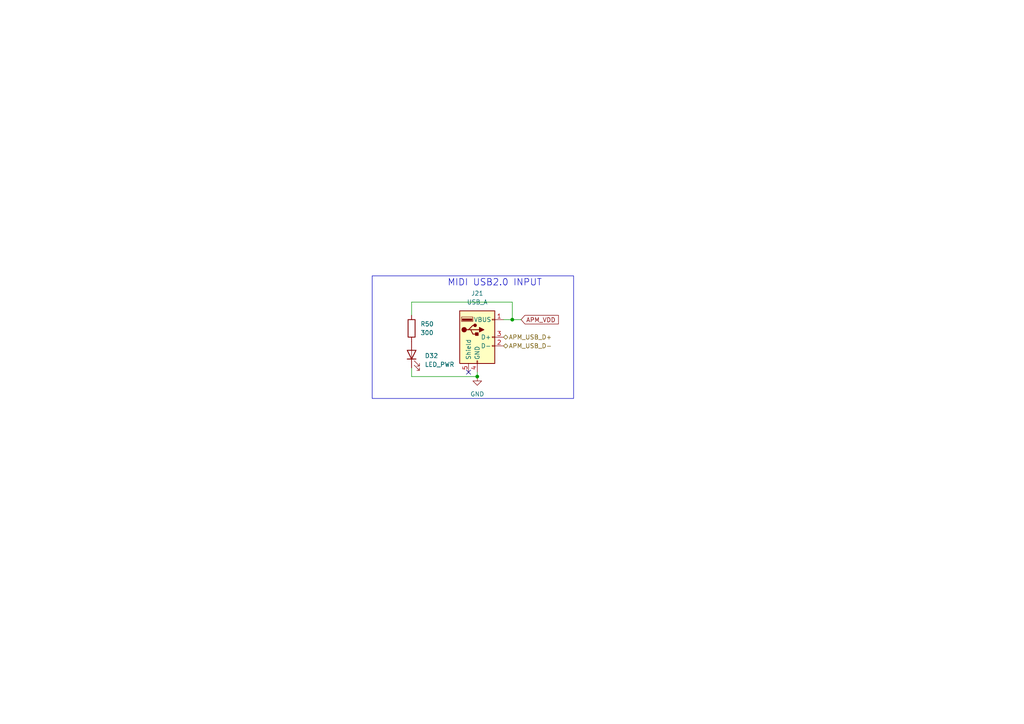
<source format=kicad_sch>
(kicad_sch (version 20250114) (generator "eeschema") (generator_version "9.0")
  (paper "A4")
  (title_block (date "2025-07-21") (rev "2"))
  (lib_symbols
    (symbol "Connector:USB_A" (pin_names (offset 1.016))
      (property "Reference" "J" (at -5.08 11.43 0))
      (property "Value" "USB_A" (at -5.08 8.89 0))
      (symbol "USB_A_0_1"
        (rectangle (start -5.08 -7.62) (end 5.08 7.62) (stroke (width 0.254)) (fill (type background)))
        (circle (center -3.81 2.159) (radius 0.635) (stroke (width 0.254)) (fill (type outline)))
        (polyline (pts (xy -3.175 2.159) (xy -2.54 2.159) (xy -1.27 3.429) (xy -0.635 3.429)) (stroke (width 0.254)))
        (polyline (pts (xy -2.54 2.159) (xy -1.905 2.159) (xy -1.27 0.889) (xy 0 0.889)) (stroke (width 0.254)))
        (rectangle (start -1.524 4.826) (end -4.318 5.334) (fill (type outline)))
        (rectangle (start -1.27 4.572) (end -4.572 5.842))
        (circle (center -0.635 3.429) (radius 0.381) (stroke (width 0.254)) (fill (type outline)))
        (rectangle (start -0.127 -7.62) (end 0.127 -6.858))
        (rectangle (start 0.254 1.27) (end -0.508 0.508) (stroke (width 0.254)) (fill (type outline)))
        (polyline (pts (xy 0.635 2.794) (xy 0.635 1.524) (xy 1.905 2.159) (xy 0.635 2.794)) (stroke (width 0.254)) (fill (type outline)))
        (rectangle (start 5.08 4.953) (end 4.318 5.207))
        (rectangle (start 5.08 -0.127) (end 4.318 0.127))
        (rectangle (start 5.08 -2.667) (end 4.318 -2.413))
      )
      (symbol "USB_A_1_1"
        (polyline (pts (xy -1.905 2.159) (xy 0.635 2.159)) (stroke (width 0.254)))
        (pin passive line (at -2.54 -10.16 90) (length 2.54) (name "Shield") (number "5"))
        (pin power_in line (at 0 -10.16 90) (length 2.54) (name "GND") (number "4"))
        (pin power_in line (at 7.62 5.08 180) (length 2.54) (name "VBUS") (number "1"))
        (pin bidirectional line (at 7.62 0 180) (length 2.54) (name "D+") (number "3"))
        (pin bidirectional line (at 7.62 -2.54 180) (length 2.54) (name "D-") (number "2"))
      )
    )
    (symbol "Device:LED" (pin_numbers (hide yes)) (pin_names (offset 1.016) (hide yes))
      (property "Reference" "D" (at 0 2.54 0))
      (property "Value" "LED" (at 0 -2.54 0))
      (symbol "LED_0_1"
        (polyline (pts (xy -3.048 -0.762) (xy -4.572 -2.286) (xy -3.81 -2.286) (xy -4.572 -2.286) (xy -4.572 -1.524)))
        (polyline (pts (xy -1.778 -0.762) (xy -3.302 -2.286) (xy -2.54 -2.286) (xy -3.302 -2.286) (xy -3.302 -1.524)))
        (polyline (pts (xy -1.27 0) (xy 1.27 0)))
        (polyline (pts (xy -1.27 -1.27) (xy -1.27 1.27)) (stroke (width 0.254)))
        (polyline (pts (xy 1.27 -1.27) (xy 1.27 1.27) (xy -1.27 0) (xy 1.27 -1.27)) (stroke (width 0.254)))
      )
      (symbol "LED_1_1"
        (pin passive line (at -3.81 0 0) (length 2.54) (name "K") (number "1"))
        (pin passive line (at 3.81 0 180) (length 2.54) (name "A") (number "2"))
      )
    )
    (symbol "Device:R" (pin_numbers (hide yes)) (pin_names (offset 0))
      (property "Reference" "R" (at 2.032 0 90))
      (property "Value" "R" (at 0 0 90))
      (symbol "R_0_1"
        (rectangle (start -1.016 -2.54) (end 1.016 2.54) (stroke (width 0.254)))
      )
      (symbol "R_1_1"
        (pin passive line (at 0 3.81 270) (length 1.27) (name "~") (number "1"))
        (pin passive line (at 0 -3.81 90) (length 1.27) (name "~") (number "2"))
      )
    )
    (symbol "power:GND" (power) (pin_numbers (hide yes)) (pin_names (offset 0) (hide yes))
      (property "Value" "GND" (at 0 -3.81 0))
      (symbol "GND_0_1"
        (polyline (pts (xy 0 0) (xy 0 -1.27) (xy 1.27 -1.27) (xy 0 -2.54) (xy -1.27 -1.27) (xy 0 -1.27)))
      )
      (symbol "GND_1_1"
        (pin power_in line (at 0 0 270) (length 0) (name "~") (number "1"))
      )
    )
  )
  (rectangle (start 107.95 80.01) (end 166.37 115.57))
  (text "MIDI USB2.0 INPUT" (at 143.51 82.042 0) (effects (font (size 1.905 1.905))))
  (junction (at 138.43 109.22))
  (junction (at 148.59 92.71))
  (no_connect (at 135.89 107.95))
  (wire (pts (xy 148.59 87.63) (xy 119.38 87.63)))
  (wire (pts (xy 138.43 109.22) (xy 138.43 107.95)))
  (wire (pts (xy 119.38 109.22) (xy 119.38 106.68)))
  (wire (pts (xy 148.59 87.63) (xy 148.59 92.71)))
  (wire (pts (xy 119.38 87.63) (xy 119.38 91.44)))
  (wire (pts (xy 148.59 92.71) (xy 151.13 92.71)))
  (wire (pts (xy 138.43 109.22) (xy 119.38 109.22)))
  (wire (pts (xy 146.05 92.71) (xy 148.59 92.71)))
  (global_label "APM_VDD" (shape input) (at 151.13 92.71 0) (property "Intersheetrefs" "${INTERSHEET_REFS}" (effects (hide yes))))
  (hierarchical_label "APM_USB_D+" (shape bidirectional) (at 146.05 97.79 0))
  (hierarchical_label "APM_USB_D-" (shape bidirectional) (at 146.05 100.33 0))
  (symbol (lib_id "Device:LED") (at 119.38 102.87 90) (unit 1)
    (property "Reference" "D32" (at 123.19 103.1874 90) (effects (justify right)))
    (property "Value" "LED_PWR" (at 123.19 105.7274 90) (effects (justify right)))
    (property "Footprint" "LED_SMD:LED_0603_1608Metric" (effects (hide yes)))
    (property "Description" "Light emitting diode" (effects (hide yes)))
    (property "Sim.Pins" "1=K 2=A" (effects (hide yes)))
  )
  (symbol (lib_id "Connector:USB_A") (at 138.43 97.79 0) (unit 1)
    (property "Reference" "J21" (at 138.43 85.09 0))
    (property "Value" "USB_A" (at 138.43 87.63 0))
    (property "Footprint" "Connector_USB:USB_A_CNCTech_1001-011-01101_Horizontal" (effects (hide yes)))
    (property "Description" "USB Type A connector" (effects (hide yes)))
  )
  (symbol (lib_id "Device:R") (at 119.38 95.25 180) (unit 1)
    (property "Reference" "R50" (at 121.92 93.9799 0) (effects (justify right)))
    (property "Value" "300" (at 121.92 96.5199 0) (effects (justify right)))
    (property "Footprint" "Resistor_SMD:R_0805_2012Metric_Pad1.20x1.40mm_HandSolder" (effects (hide yes)))
    (property "Description" "Resistor" (effects (hide yes)))
    (property "DigiKey_Part_Number" "311-10.0KCRCT-ND" (effects (hide yes)))
    (property "Price" "0.0129" (effects (hide yes)))
  )
  (symbol (lib_id "power:GND") (at 138.43 109.22 0) (unit 1)
    (property "Reference" "#PWR0132" (effects (hide yes)))
    (property "Value" "GND" (at 138.43 114.3 0))
    (property "Description" "Power symbol creates a global label with name \"GND\" , ground" (effects (hide yes)))
  )
)
</source>
